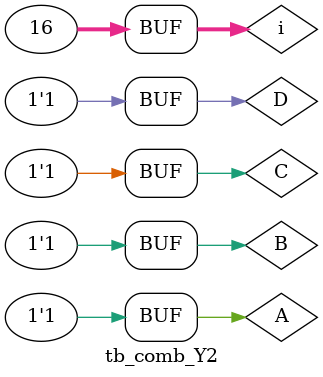
<source format=v>
`timescale 10ns/1ns
`include "comb_Y2.v"

module tb_comb_Y2;
  reg A, B, C, D;
  wire Y;
  comb_Y2 comb(Y, A, B, C, D);
  integer i;
  initial
  begin
    for (i = 0; i <= 4'b1111; i = i + 1)
    begin
      {A, B, C, D} = i;
      #10;
    end
  end
endmodule

</source>
